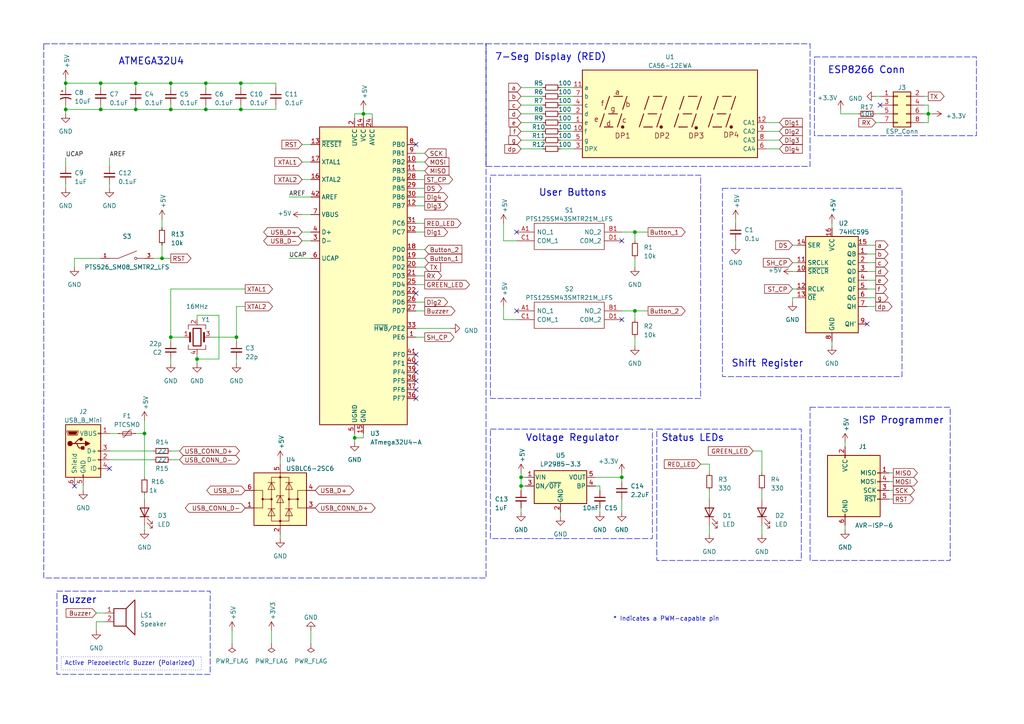
<source format=kicad_sch>
(kicad_sch (version 20230121) (generator eeschema)
  (paper "A4")
  (title_block (title "ATMEGA Kitchen Timer") (date "2023-05-04") (rev "3.0"))
  (junction (at 46.99 74.93))
  (junction (at 57.15 104.14))
  (junction (at 180.34 138.43))
  (junction (at 49.53 97.79))
  (junction (at 49.53 31.75))
  (junction (at 29.21 31.75))
  (junction (at 151.13 138.43))
  (junction (at 41.91 125.73))
  (junction (at 184.15 67.31))
  (junction (at 69.85 24.13))
  (junction (at 151.13 140.97))
  (junction (at 184.15 90.17))
  (junction (at 102.87 127))
  (junction (at 29.21 24.13))
  (junction (at 105.41 33.02))
  (junction (at 39.37 24.13))
  (junction (at 69.85 31.75))
  (junction (at 269.24 33.02))
  (junction (at 49.53 24.13))
  (junction (at 19.05 24.13))
  (junction (at 59.69 24.13))
  (junction (at 19.05 31.75))
  (junction (at 59.69 31.75))
  (junction (at 68.58 97.79))
  (junction (at 39.37 31.75))
  (no_connect (at 120.65 113.03))
  (no_connect (at 120.65 115.57))
  (no_connect (at 255.27 30.48))
  (no_connect (at 120.65 85.09))
  (no_connect (at 120.65 110.49))
  (no_connect (at 180.34 69.85))
  (no_connect (at 149.86 67.31))
  (no_connect (at 120.65 107.95))
  (no_connect (at 180.34 92.71))
  (no_connect (at 31.75 135.89))
  (no_connect (at 21.59 140.97))
  (no_connect (at 120.65 41.91))
  (no_connect (at 149.86 90.17))
  (no_connect (at 251.46 93.98))
  (no_connect (at 120.65 105.41))
  (no_connect (at 120.65 102.87))
  (wire (pts (xy 105.41 125.73) (xy 105.41 127)))
  (wire (pts (xy 180.34 137.16) (xy 180.34 138.43)))
  (wire (pts (xy 24.13 140.97) (xy 24.13 142.24)))
  (wire (pts (xy 19.05 24.13) (xy 19.05 25.4)))
  (wire (pts (xy 31.75 45.72) (xy 31.75 48.26)))
  (wire (pts (xy 241.3 99.06) (xy 241.3 100.33)))
  (wire (pts (xy 80.01 25.4) (xy 80.01 24.13)))
  (wire (pts (xy 184.15 90.17) (xy 184.15 92.71)))
  (wire (pts (xy 39.37 24.13) (xy 49.53 24.13)))
  (wire (pts (xy 59.69 30.48) (xy 59.69 31.75)))
  (wire (pts (xy 162.56 30.48) (xy 166.37 30.48)))
  (wire (pts (xy 19.05 31.75) (xy 19.05 33.02)))
  (wire (pts (xy 31.75 133.35) (xy 44.45 133.35)))
  (wire (pts (xy 49.53 99.06) (xy 49.53 97.79)))
  (wire (pts (xy 69.85 25.4) (xy 69.85 24.13)))
  (wire (pts (xy 57.15 104.14) (xy 57.15 105.41)))
  (wire (pts (xy 267.97 30.48) (xy 269.24 30.48)))
  (wire (pts (xy 69.85 24.13) (xy 80.01 24.13)))
  (wire (pts (xy 49.53 24.13) (xy 59.69 24.13)))
  (wire (pts (xy 90.17 182.88) (xy 90.17 186.69)))
  (wire (pts (xy 120.65 74.93) (xy 123.19 74.93)))
  (wire (pts (xy 120.65 57.15) (xy 123.19 57.15)))
  (wire (pts (xy 27.94 180.34) (xy 27.94 182.88)))
  (wire (pts (xy 120.65 90.17) (xy 123.19 90.17)))
  (wire (pts (xy 57.15 91.44) (xy 63.5 91.44)))
  (wire (pts (xy 251.46 71.12) (xy 254 71.12)))
  (wire (pts (xy 49.53 83.82) (xy 49.53 97.79)))
  (wire (pts (xy 184.15 90.17) (xy 187.96 90.17)))
  (wire (pts (xy 184.15 67.31) (xy 184.15 69.85)))
  (wire (pts (xy 180.34 144.78) (xy 180.34 148.59)))
  (wire (pts (xy 105.41 33.02) (xy 105.41 34.29)))
  (wire (pts (xy 46.99 63.5) (xy 46.99 66.04)))
  (wire (pts (xy 21.59 74.93) (xy 29.21 74.93)))
  (wire (pts (xy 120.65 80.01) (xy 123.19 80.01)))
  (wire (pts (xy 205.74 142.24) (xy 205.74 144.78)))
  (wire (pts (xy 41.91 143.51) (xy 41.91 144.78)))
  (wire (pts (xy 105.41 31.75) (xy 105.41 33.02)))
  (wire (pts (xy 229.87 76.2) (xy 231.14 76.2)))
  (wire (pts (xy 87.63 62.23) (xy 90.17 62.23)))
  (wire (pts (xy 173.99 147.32) (xy 173.99 148.59)))
  (wire (pts (xy 67.31 182.88) (xy 67.31 186.69)))
  (wire (pts (xy 254 35.56) (xy 255.27 35.56)))
  (wire (pts (xy 269.24 30.48) (xy 269.24 33.02)))
  (wire (pts (xy 57.15 102.87) (xy 57.15 104.14)))
  (wire (pts (xy 151.13 138.43) (xy 151.13 140.97)))
  (wire (pts (xy 39.37 31.75) (xy 29.21 31.75)))
  (wire (pts (xy 87.63 67.31) (xy 90.17 67.31)))
  (wire (pts (xy 151.13 30.48) (xy 157.48 30.48)))
  (wire (pts (xy 27.94 177.8) (xy 30.48 177.8)))
  (wire (pts (xy 59.69 31.75) (xy 49.53 31.75)))
  (wire (pts (xy 222.25 38.1) (xy 226.06 38.1)))
  (wire (pts (xy 87.63 52.07) (xy 90.17 52.07)))
  (wire (pts (xy 19.05 53.34) (xy 19.05 54.61)))
  (wire (pts (xy 220.98 130.81) (xy 220.98 137.16)))
  (wire (pts (xy 78.74 182.88) (xy 78.74 186.69)))
  (wire (pts (xy 49.53 133.35) (xy 52.07 133.35)))
  (wire (pts (xy 151.13 137.16) (xy 151.13 138.43)))
  (wire (pts (xy 151.13 27.94) (xy 157.48 27.94)))
  (wire (pts (xy 19.05 31.75) (xy 29.21 31.75)))
  (wire (pts (xy 39.37 30.48) (xy 39.37 31.75)))
  (wire (pts (xy 231.14 86.36) (xy 229.87 86.36)))
  (wire (pts (xy 69.85 31.75) (xy 80.01 31.75)))
  (wire (pts (xy 83.82 74.93) (xy 90.17 74.93)))
  (wire (pts (xy 248.92 33.02) (xy 243.84 33.02)))
  (wire (pts (xy 81.28 133.35) (xy 81.28 134.62)))
  (wire (pts (xy 254 33.02) (xy 255.27 33.02)))
  (wire (pts (xy 29.21 30.48) (xy 29.21 31.75)))
  (wire (pts (xy 220.98 142.24) (xy 220.98 144.78)))
  (wire (pts (xy 267.97 35.56) (xy 269.24 35.56)))
  (wire (pts (xy 151.13 35.56) (xy 157.48 35.56)))
  (wire (pts (xy 241.3 64.77) (xy 241.3 66.04)))
  (wire (pts (xy 218.44 130.81) (xy 220.98 130.81)))
  (wire (pts (xy 269.24 33.02) (xy 269.24 35.56)))
  (wire (pts (xy 102.87 125.73) (xy 102.87 127)))
  (wire (pts (xy 151.13 147.32) (xy 151.13 148.59)))
  (wire (pts (xy 180.34 139.7) (xy 180.34 138.43)))
  (wire (pts (xy 105.41 127) (xy 102.87 127)))
  (wire (pts (xy 68.58 88.9) (xy 68.58 97.79)))
  (wire (pts (xy 102.87 127) (xy 102.87 128.27)))
  (wire (pts (xy 213.36 63.5) (xy 213.36 64.77)))
  (wire (pts (xy 29.21 24.13) (xy 39.37 24.13)))
  (wire (pts (xy 151.13 38.1) (xy 157.48 38.1)))
  (wire (pts (xy 31.75 125.73) (xy 34.29 125.73)))
  (wire (pts (xy 46.99 71.12) (xy 46.99 74.93)))
  (wire (pts (xy 229.87 71.12) (xy 231.14 71.12)))
  (wire (pts (xy 162.56 25.4) (xy 166.37 25.4)))
  (wire (pts (xy 257.81 142.24) (xy 259.08 142.24)))
  (wire (pts (xy 39.37 25.4) (xy 39.37 24.13)))
  (wire (pts (xy 184.15 67.31) (xy 187.96 67.31)))
  (wire (pts (xy 81.28 154.94) (xy 81.28 156.21)))
  (wire (pts (xy 31.75 53.34) (xy 31.75 54.61)))
  (wire (pts (xy 44.45 74.93) (xy 46.99 74.93)))
  (wire (pts (xy 172.72 140.97) (xy 173.99 140.97)))
  (wire (pts (xy 120.65 77.47) (xy 123.19 77.47)))
  (wire (pts (xy 31.75 130.81) (xy 44.45 130.81)))
  (wire (pts (xy 146.05 92.71) (xy 146.05 88.9)))
  (wire (pts (xy 49.53 25.4) (xy 49.53 24.13)))
  (wire (pts (xy 245.11 152.4) (xy 245.11 153.67)))
  (wire (pts (xy 267.97 33.02) (xy 269.24 33.02)))
  (wire (pts (xy 49.53 97.79) (xy 53.34 97.79)))
  (wire (pts (xy 269.24 33.02) (xy 270.51 33.02)))
  (wire (pts (xy 220.98 152.4) (xy 220.98 154.94)))
  (wire (pts (xy 251.46 83.82) (xy 254 83.82)))
  (wire (pts (xy 222.25 40.64) (xy 226.06 40.64)))
  (wire (pts (xy 120.65 64.77) (xy 123.19 64.77)))
  (wire (pts (xy 243.84 33.02) (xy 243.84 31.75)))
  (wire (pts (xy 267.97 27.94) (xy 269.24 27.94)))
  (wire (pts (xy 229.87 78.74) (xy 231.14 78.74)))
  (wire (pts (xy 162.56 33.02) (xy 166.37 33.02)))
  (wire (pts (xy 102.87 33.02) (xy 105.41 33.02)))
  (wire (pts (xy 257.81 139.7) (xy 259.08 139.7)))
  (wire (pts (xy 49.53 130.81) (xy 52.07 130.81)))
  (wire (pts (xy 151.13 43.18) (xy 157.48 43.18)))
  (wire (pts (xy 30.48 180.34) (xy 27.94 180.34)))
  (wire (pts (xy 180.34 138.43) (xy 172.72 138.43)))
  (wire (pts (xy 180.34 90.17) (xy 184.15 90.17)))
  (wire (pts (xy 180.34 67.31) (xy 184.15 67.31)))
  (wire (pts (xy 120.65 44.45) (xy 123.19 44.45)))
  (wire (pts (xy 46.99 74.93) (xy 49.53 74.93)))
  (wire (pts (xy 41.91 152.4) (xy 41.91 153.67)))
  (wire (pts (xy 49.53 31.75) (xy 39.37 31.75)))
  (wire (pts (xy 39.37 125.73) (xy 41.91 125.73)))
  (wire (pts (xy 63.5 91.44) (xy 63.5 104.14)))
  (wire (pts (xy 80.01 30.48) (xy 80.01 31.75)))
  (wire (pts (xy 120.65 97.79) (xy 123.19 97.79)))
  (wire (pts (xy 107.95 33.02) (xy 105.41 33.02)))
  (wire (pts (xy 49.53 104.14) (xy 49.53 105.41)))
  (wire (pts (xy 229.87 86.36) (xy 229.87 87.63)))
  (wire (pts (xy 162.56 40.64) (xy 166.37 40.64)))
  (wire (pts (xy 41.91 121.92) (xy 41.91 125.73)))
  (wire (pts (xy 251.46 76.2) (xy 254 76.2)))
  (wire (pts (xy 162.56 27.94) (xy 166.37 27.94)))
  (wire (pts (xy 151.13 33.02) (xy 157.48 33.02)))
  (wire (pts (xy 49.53 30.48) (xy 49.53 31.75)))
  (wire (pts (xy 120.65 87.63) (xy 123.19 87.63)))
  (wire (pts (xy 151.13 140.97) (xy 152.4 140.97)))
  (wire (pts (xy 162.56 38.1) (xy 166.37 38.1)))
  (wire (pts (xy 149.86 69.85) (xy 146.05 69.85)))
  (wire (pts (xy 213.36 69.85) (xy 213.36 71.12)))
  (wire (pts (xy 120.65 49.53) (xy 123.19 49.53)))
  (wire (pts (xy 83.82 57.15) (xy 90.17 57.15)))
  (wire (pts (xy 151.13 140.97) (xy 151.13 142.24)))
  (wire (pts (xy 184.15 74.93) (xy 184.15 77.47)))
  (wire (pts (xy 59.69 25.4) (xy 59.69 24.13)))
  (wire (pts (xy 41.91 125.73) (xy 41.91 138.43)))
  (wire (pts (xy 251.46 78.74) (xy 254 78.74)))
  (wire (pts (xy 222.25 43.18) (xy 226.06 43.18)))
  (wire (pts (xy 257.81 137.16) (xy 259.08 137.16)))
  (wire (pts (xy 149.86 92.71) (xy 146.05 92.71)))
  (wire (pts (xy 251.46 81.28) (xy 254 81.28)))
  (wire (pts (xy 59.69 31.75) (xy 69.85 31.75)))
  (wire (pts (xy 251.46 73.66) (xy 254 73.66)))
  (wire (pts (xy 120.65 46.99) (xy 123.19 46.99)))
  (wire (pts (xy 107.95 34.29) (xy 107.95 33.02)))
  (wire (pts (xy 257.81 144.78) (xy 259.08 144.78)))
  (wire (pts (xy 254 27.94) (xy 255.27 27.94)))
  (wire (pts (xy 87.63 46.99) (xy 90.17 46.99)))
  (wire (pts (xy 162.56 148.59) (xy 162.56 149.86)))
  (wire (pts (xy 184.15 97.79) (xy 184.15 100.33)))
  (wire (pts (xy 151.13 25.4) (xy 157.48 25.4)))
  (wire (pts (xy 151.13 40.64) (xy 157.48 40.64)))
  (wire (pts (xy 19.05 24.13) (xy 29.21 24.13)))
  (wire (pts (xy 60.96 97.79) (xy 68.58 97.79)))
  (wire (pts (xy 68.58 104.14) (xy 68.58 105.41)))
  (wire (pts (xy 71.12 88.9) (xy 68.58 88.9)))
  (wire (pts (xy 120.65 67.31) (xy 123.19 67.31)))
  (wire (pts (xy 205.74 134.62) (xy 205.74 137.16)))
  (wire (pts (xy 69.85 30.48) (xy 69.85 31.75)))
  (wire (pts (xy 205.74 152.4) (xy 205.74 154.94)))
  (wire (pts (xy 120.65 82.55) (xy 123.19 82.55)))
  (wire (pts (xy 71.12 83.82) (xy 49.53 83.82)))
  (wire (pts (xy 87.63 41.91) (xy 90.17 41.91)))
  (wire (pts (xy 173.99 140.97) (xy 173.99 142.24)))
  (wire (pts (xy 69.85 24.13) (xy 59.69 24.13)))
  (wire (pts (xy 120.65 52.07) (xy 123.19 52.07)))
  (wire (pts (xy 63.5 104.14) (xy 57.15 104.14)))
  (wire (pts (xy 120.65 72.39) (xy 123.19 72.39)))
  (wire (pts (xy 19.05 45.72) (xy 19.05 48.26)))
  (wire (pts (xy 57.15 92.71) (xy 57.15 91.44)))
  (wire (pts (xy 19.05 30.48) (xy 19.05 31.75)))
  (wire (pts (xy 68.58 97.79) (xy 68.58 99.06)))
  (wire (pts (xy 29.21 25.4) (xy 29.21 24.13)))
  (wire (pts (xy 162.56 35.56) (xy 166.37 35.56)))
  (wire (pts (xy 251.46 88.9) (xy 254 88.9)))
  (wire (pts (xy 146.05 69.85) (xy 146.05 64.77)))
  (wire (pts (xy 152.4 138.43) (xy 151.13 138.43)))
  (wire (pts (xy 87.63 69.85) (xy 90.17 69.85)))
  (wire (pts (xy 19.05 22.86) (xy 19.05 24.13)))
  (wire (pts (xy 120.65 54.61) (xy 123.19 54.61)))
  (wire (pts (xy 102.87 34.29) (xy 102.87 33.02)))
  (wire (pts (xy 21.59 77.47) (xy 21.59 74.93)))
  (wire (pts (xy 222.25 35.56) (xy 226.06 35.56)))
  (wire (pts (xy 120.65 59.69) (xy 123.19 59.69)))
  (wire (pts (xy 229.87 83.82) (xy 231.14 83.82)))
  (wire (pts (xy 120.65 95.25) (xy 130.81 95.25)))
  (wire (pts (xy 203.2 134.62) (xy 205.74 134.62)))
  (wire (pts (xy 251.46 86.36) (xy 254 86.36)))
  (wire (pts (xy 245.11 128.27) (xy 245.11 129.54)))
  (wire (pts (xy 162.56 43.18) (xy 166.37 43.18)))
  (rectangle (start 234.95 118.11) (end 275.59 162.56) (stroke (width 0) (type dash)))
  (rectangle (start 142.24 124.46) (end 189.23 156.21) (stroke (width 0) (type dash)))
  (rectangle (start 190.5 124.46) (end 232.41 162.56) (stroke (width 0) (type dash)))
  (rectangle (start 12.7 12.7) (end 140.97 167.64) (stroke (width 0) (type dash)))
  (rectangle (start 16.51 171.45) (end 60.96 195.58) (stroke (width 0) (type dash)))
  (rectangle (start 142.24 50.8) (end 203.2 115.57) (stroke (width 0) (type dash)))
  (rectangle (start 209.55 54.61) (end 261.62 109.22) (stroke (width 0) (type dash)))
  (rectangle (start 140.97 12.7) (end 234.95 48.26) (stroke (width 0) (type dash)))
  (rectangle (start 236.22 16.51) (end 283.21 39.37) (stroke (width 0) (type dash)))
  (text_box "Active Piezoelectric Buzzer (Polarized)" (at 17.78 190.5 0) (size 40.64 3.81) (stroke (width 0) (type dot)) (effects (font (size 1.27 1.27)) (justify left top)))
  (text "Shift Register" (at 212.09 106.68 0) (effects (font (size 2 2) (thickness 0.254) bold) (justify left bottom)))
  (text "Voltage Regulator" (at 152.4 128.27 0) (effects (font (size 2 2) (thickness 0.254) bold) (justify left bottom)))
  (text "Status LEDs" (at 191.77 128.27 0) (effects (font (size 2 2) (thickness 0.254) bold) (justify left bottom)))
  (text "ATMEGA32U4" (at 34.29 19.05 0) (effects (font (size 2 2) (thickness 0.254) bold) (justify left bottom)))
  (text "User Buttons" (at 156.21 57.15 0) (effects (font (size 2 2) (thickness 0.254) bold) (justify left bottom)))
  (text "Buzzer" (at 17.78 175.26 0) (effects (font (size 2 2) (thickness 0.254) bold) (justify left bottom)))
  (text "* Indicates a PWM-capable pin" (at 177.8 180.34 0) (effects (font (size 1.27 1.27)) (justify left bottom)))
  (text "7-Seg Display (RED)" (at 143.51 17.78 0) (effects (font (size 2 2) (thickness 0.254) bold) (justify left bottom)))
  (text "ISP Programmer" (at 248.92 123.19 0) (effects (font (size 2 2) (thickness 0.254) bold) (justify left bottom)))
  (text "ESP8266 Conn\n" (at 240.03 21.59 0) (effects (font (size 2 2) (thickness 0.254) bold) (justify left bottom)))
  (label "UCAP" (at 19.05 45.72 0))
  (label "UCAP" (at 83.82 74.93 0))
  (label "AREF" (at 31.75 45.72 0))
  (label "AREF" (at 83.82 57.15 0))
  (global_label "XTAL1" (shape input) (at 87.63 46.99 180) (property "Intersheetrefs" "${INTERSHEET_REFS}" (effects hide)))
  (global_label "SCK" (shape input) (at 123.19 44.45 0) (property "Intersheetrefs" "${INTERSHEET_REFS}" (effects hide)))
  (global_label "RST" (shape output) (at 49.53 74.93 0) (property "Intersheetrefs" "${INTERSHEET_REFS}" (effects hide)))
  (global_label "GREEN_LED" (shape output) (at 123.19 82.55 0) (property "Intersheetrefs" "${INTERSHEET_REFS}" (effects hide)))
  (global_label "e" (shape output) (at 254 81.28 0) (property "Intersheetrefs" "${INTERSHEET_REFS}" (effects hide)))
  (global_label "Button_1" (shape output) (at 187.96 67.31 0) (property "Intersheetrefs" "${INTERSHEET_REFS}" (effects hide)))
  (global_label "DS" (shape output) (at 123.19 54.61 0) (property "Intersheetrefs" "${INTERSHEET_REFS}" (effects hide)))
  (global_label "XTAL2" (shape output) (at 71.12 88.9 0) (property "Intersheetrefs" "${INTERSHEET_REFS}" (effects hide)))
  (global_label "g" (shape output) (at 254 86.36 0) (property "Intersheetrefs" "${INTERSHEET_REFS}" (effects hide)))
  (global_label "dp" (shape output) (at 254 88.9 0) (property "Intersheetrefs" "${INTERSHEET_REFS}" (effects hide)))
  (global_label "Button_1" (shape input) (at 123.19 74.93 0) (property "Intersheetrefs" "${INTERSHEET_REFS}" (effects hide)))
  (global_label "TX" (shape input) (at 123.19 77.47 0) (property "Intersheetrefs" "${INTERSHEET_REFS}" (effects hide)))
  (global_label "b" (shape input) (at 151.13 27.94 180) (property "Intersheetrefs" "${INTERSHEET_REFS}" (effects hide)))
  (global_label "SH_CP" (shape output) (at 123.19 97.79 0) (property "Intersheetrefs" "${INTERSHEET_REFS}" (effects hide)))
  (global_label "f" (shape output) (at 254 83.82 0) (property "Intersheetrefs" "${INTERSHEET_REFS}" (effects hide)))
  (global_label "ST_CP" (shape input) (at 229.87 83.82 180) (property "Intersheetrefs" "${INTERSHEET_REFS}" (effects hide)))
  (global_label "RST" (shape output) (at 259.08 144.78 0) (property "Intersheetrefs" "${INTERSHEET_REFS}" (effects hide)))
  (global_label "ST_CP" (shape output) (at 123.19 52.07 0) (property "Intersheetrefs" "${INTERSHEET_REFS}" (effects hide)))
  (global_label "USB_CONN_D-" (shape bidirectional) (at 71.12 147.32 180) (property "Intersheetrefs" "${INTERSHEET_REFS}" (effects hide)))
  (global_label "d" (shape input) (at 151.13 33.02 180) (property "Intersheetrefs" "${INTERSHEET_REFS}" (effects hide)))
  (global_label "USB_D+" (shape bidirectional) (at 87.63 67.31 180) (property "Intersheetrefs" "${INTERSHEET_REFS}" (effects hide)))
  (global_label "a" (shape input) (at 151.13 25.4 180) (property "Intersheetrefs" "${INTERSHEET_REFS}" (effects hide)))
  (global_label "Dig1" (shape output) (at 123.19 67.31 0) (property "Intersheetrefs" "${INTERSHEET_REFS}" (effects hide)))
  (global_label "USB_D-" (shape bidirectional) (at 87.63 69.85 180) (property "Intersheetrefs" "${INTERSHEET_REFS}" (effects hide)))
  (global_label "MISO" (shape input) (at 123.19 49.53 0) (property "Intersheetrefs" "${INTERSHEET_REFS}" (effects hide)))
  (global_label "USB_CONN_D+" (shape bidirectional) (at 52.07 130.81 0) (property "Intersheetrefs" "${INTERSHEET_REFS}" (effects hide)))
  (global_label "SCK" (shape output) (at 259.08 142.24 0) (property "Intersheetrefs" "${INTERSHEET_REFS}" (effects hide)))
  (global_label "c" (shape output) (at 254 76.2 0) (property "Intersheetrefs" "${INTERSHEET_REFS}" (effects hide)))
  (global_label "USB_CONN_D+" (shape bidirectional) (at 91.44 147.32 0) (property "Intersheetrefs" "${INTERSHEET_REFS}" (effects hide)))
  (global_label "RX" (shape input) (at 254 35.56 180) (property "Intersheetrefs" "${INTERSHEET_REFS}" (effects hide)))
  (global_label "g" (shape input) (at 151.13 40.64 180) (property "Intersheetrefs" "${INTERSHEET_REFS}" (effects hide)))
  (global_label "Dig1" (shape input) (at 226.06 35.56 0) (property "Intersheetrefs" "${INTERSHEET_REFS}" (effects hide)))
  (global_label "USB_D+" (shape bidirectional) (at 91.44 142.24 0) (property "Intersheetrefs" "${INTERSHEET_REFS}" (effects hide)))
  (global_label "GREEN_LED" (shape input) (at 218.44 130.81 180) (property "Intersheetrefs" "${INTERSHEET_REFS}" (effects hide)))
  (global_label "a" (shape output) (at 254 71.12 0) (property "Intersheetrefs" "${INTERSHEET_REFS}" (effects hide)))
  (global_label "Dig2" (shape input) (at 226.06 38.1 0) (property "Intersheetrefs" "${INTERSHEET_REFS}" (effects hide)))
  (global_label "XTAL1" (shape output) (at 71.12 83.82 0) (property "Intersheetrefs" "${INTERSHEET_REFS}" (effects hide)))
  (global_label "Dig3" (shape output) (at 123.19 59.69 0) (property "Intersheetrefs" "${INTERSHEET_REFS}" (effects hide)))
  (global_label "DS" (shape input) (at 229.87 71.12 180) (property "Intersheetrefs" "${INTERSHEET_REFS}" (effects hide)))
  (global_label "RX" (shape output) (at 123.19 80.01 0) (property "Intersheetrefs" "${INTERSHEET_REFS}" (effects hide)))
  (global_label "SH_CP" (shape input) (at 229.87 76.2 180) (property "Intersheetrefs" "${INTERSHEET_REFS}" (effects hide)))
  (global_label "Button_2" (shape output) (at 187.96 90.17 0) (property "Intersheetrefs" "${INTERSHEET_REFS}" (effects hide)))
  (global_label "Dig4" (shape input) (at 226.06 43.18 0) (property "Intersheetrefs" "${INTERSHEET_REFS}" (effects hide)))
  (global_label "MOSI" (shape input) (at 123.19 46.99 0) (property "Intersheetrefs" "${INTERSHEET_REFS}" (effects hide)))
  (global_label "XTAL2" (shape input) (at 87.63 52.07 180) (property "Intersheetrefs" "${INTERSHEET_REFS}" (effects hide)))
  (global_label "c" (shape input) (at 151.13 30.48 180) (property "Intersheetrefs" "${INTERSHEET_REFS}" (effects hide)))
  (global_label "Button_2" (shape input) (at 123.19 72.39 0) (property "Intersheetrefs" "${INTERSHEET_REFS}" (effects hide)))
  (global_label "USB_D-" (shape bidirectional) (at 71.12 142.24 180) (property "Intersheetrefs" "${INTERSHEET_REFS}" (effects hide)))
  (global_label "dp" (shape input) (at 151.13 43.18 180) (property "Intersheetrefs" "${INTERSHEET_REFS}" (effects hide)))
  (global_label "RST" (shape input) (at 87.63 41.91 180) (property "Intersheetrefs" "${INTERSHEET_REFS}" (effects hide)))
  (global_label "RED_LED" (shape output) (at 123.19 64.77 0) (property "Intersheetrefs" "${INTERSHEET_REFS}" (effects hide)))
  (global_label "Buzzer" (shape output) (at 123.19 90.17 0) (property "Intersheetrefs" "${INTERSHEET_REFS}" (effects hide)))
  (global_label "Dig3" (shape input) (at 226.06 40.64 0) (property "Intersheetrefs" "${INTERSHEET_REFS}" (effects hide)))
  (global_label "Buzzer" (shape input) (at 27.94 177.8 180) (property "Intersheetrefs" "${INTERSHEET_REFS}" (effects hide)))
  (global_label "TX" (shape output) (at 269.24 27.94 0) (property "Intersheetrefs" "${INTERSHEET_REFS}" (effects hide)))
  (global_label "Dig2" (shape output) (at 123.19 87.63 0) (property "Intersheetrefs" "${INTERSHEET_REFS}" (effects hide)))
  (global_label "d" (shape output) (at 254 78.74 0) (property "Intersheetrefs" "${INTERSHEET_REFS}" (effects hide)))
  (global_label "USB_CONN_D-" (shape bidirectional) (at 52.07 133.35 0) (property "Intersheetrefs" "${INTERSHEET_REFS}" (effects hide)))
  (global_label "MISO" (shape output) (at 259.08 137.16 0) (property "Intersheetrefs" "${INTERSHEET_REFS}" (effects hide)))
  (global_label "e" (shape input) (at 151.13 35.56 180) (property "Intersheetrefs" "${INTERSHEET_REFS}" (effects hide)))
  (global_label "f" (shape input) (at 151.13 38.1 180) (property "Intersheetrefs" "${INTERSHEET_REFS}" (effects hide)))
  (global_label "b" (shape output) (at 254 73.66 0) (property "Intersheetrefs" "${INTERSHEET_REFS}" (effects hide)))
  (global_label "Dig4" (shape output) (at 123.19 57.15 0) (property "Intersheetrefs" "${INTERSHEET_REFS}" (effects hide)))
  (global_label "MOSI" (shape output) (at 259.08 139.7 0) (property "Intersheetrefs" "${INTERSHEET_REFS}" (effects hide)))
  (global_label "RED_LED" (shape input) (at 203.2 134.62 180) (property "Intersheetrefs" "${INTERSHEET_REFS}" (effects hide)))
  (symbol (lib_id "power:+5V") (at 146.05 88.9 0) (unit 1)
    (property "Reference" "#PWR014" (effects hide))
    (property "Value" "+5V" (at 146.4056 85.852 90) (effects (justify left)))
  )
  (symbol (lib_id "74xx:74HC595") (at 241.3 81.28 0) (unit 1)
    (property "Reference" "U2" (at 243.2559 64.77 0) (effects (justify left)))
    (property "Value" "74HC595" (at 243.2559 67.31 0) (effects (justify left)))
    (property "Footprint" "Package_SO:TSSOP-16_4.4x5mm_P0.65mm" (effects hide))
    (property "Datasheet" "http://www.ti.com/lit/ds/symlink/sn74hc595.pdf" (effects hide))
  )
  (symbol (lib_id "Device:C_Small") (at 49.53 27.94 0) (unit 1)
    (property "Reference" "C5" (at 52.07 27.3113 0) (effects (justify left)))
    (property "Value" "0.1uF" (at 52.07 29.8513 0) (effects (justify left)))
    (property "Footprint" "Capacitor_SMD:C_0603_1608Metric" (effects hide))
  )
  (symbol (lib_id "power:+5V") (at 19.05 22.86 0) (unit 1)
    (property "Reference" "#PWR023" (effects hide))
    (property "Value" "+5V" (at 19.4056 19.812 90) (effects (justify left)))
  )
  (symbol (lib_id "Device:R_Small") (at 46.99 130.81 90) (unit 1)
    (property "Reference" "R14" (at 46.99 128.27 90))
    (property "Value" "22" (at 46.99 130.81 90))
    (property "Footprint" "Resistor_SMD:R_0603_1608Metric" (effects hide))
  )
  (symbol (lib_id "Device:LED") (at 205.74 148.59 90) (unit 1)
    (property "Reference" "D1" (at 209.55 149.5425 90) (effects (justify right)))
    (property "Value" "LED" (at 209.55 152.0825 90) (effects (justify right)))
    (property "Footprint" "LED_SMD:LED_0805_2012Metric" (effects hide))
  )
  (symbol (lib_id "power:GND") (at 102.87 128.27 0) (unit 1)
    (property "Reference" "#PWR03" (effects hide))
    (property "Value" "GND" (at 102.87 133.35 0))
  )
  (symbol (lib_id "power:+5V") (at 87.63 62.23 90) (unit 1)
    (property "Reference" "#PWR05" (effects hide))
    (property "Value" "+5V" (at 84.582 61.8744 90) (effects (justify left)))
  )
  (symbol (lib_id "Device:C_Small") (at 213.36 67.31 0) (unit 1)
    (property "Reference" "C1" (at 215.9 66.6813 0) (effects (justify left)))
    (property "Value" "0.1u" (at 215.9 69.2213 0) (effects (justify left)))
    (property "Footprint" "Capacitor_SMD:C_0603_1608Metric" (effects hide))
  )
  (symbol (lib_id "power:GND") (at 31.75 54.61 0) (unit 1)
    (property "Reference" "#PWR025" (effects hide))
    (property "Value" "GND" (at 31.75 59.69 0))
  )
  (symbol (lib_id "power:GND") (at 180.34 148.59 0) (unit 1)
    (property "Reference" "#PWR044" (effects hide))
    (property "Value" "GND" (at 180.34 153.67 0))
  )
  (symbol (lib_id "Device:C_Small") (at 39.37 27.94 0) (unit 1)
    (property "Reference" "C4" (at 41.91 27.3113 0) (effects (justify left)))
    (property "Value" "0.1uF" (at 41.91 29.8513 0) (effects (justify left)))
    (property "Footprint" "Capacitor_SMD:C_0603_1608Metric" (effects hide))
  )
  (symbol (lib_id "power:+5V") (at 151.13 137.16 0) (unit 1)
    (property "Reference" "#PWR039" (effects hide))
    (property "Value" "+5V" (at 151.4856 134.112 90) (effects (justify left)))
  )
  (symbol (lib_id "Device:Crystal_GND24") (at 57.15 97.79 0) (unit 1)
    (property "Reference" "Y1" (at 59.69 92.71 0))
    (property "Value" "16MHz" (at 57.15 88.9 0))
    (property "Footprint" "Crystal:Crystal_SMD_Abracon_ABM8G-4Pin_3.2x2.5mm" (effects hide))
  )
  (symbol (lib_id "Device:R_Small") (at 41.91 140.97 0) (unit 1)
    (property "Reference" "R16" (at 45.72 139.7 0))
    (property "Value" "1k" (at 44.45 142.24 0))
    (property "Footprint" "Resistor_SMD:R_0603_1608Metric" (effects hide))
  )
  (symbol (lib_id "Device:C_Small") (at 19.05 50.8 0) (unit 1)
    (property "Reference" "C9" (at 21.59 50.1713 0) (effects (justify left)))
    (property "Value" "1uF" (at 21.59 52.7113 0) (effects (justify left)))
    (property "Footprint" "Capacitor_SMD:C_0603_1608Metric" (effects hide))
  )
  (symbol (lib_id "PTS526_SMD_Button:PTS526_SM08_SMTR2_LFS") (at 36.83 74.93 0) (unit 1)
    (property "Reference" "S3" (at 36.83 68.58 0))
    (property "Value" "PTS526_SM08_SMTR2_LFS" (at 36.83 77.47 0))
    (property "Footprint" "PTS526_SMD_Button:PTS526_SMD_Button" (effects hide))
    (property "STANDARD" "Manufacturer Recommendations" (effects hide))
    (property "MANUFACTURER" "C&K" (effects hide))
    (property "PARTREV" "20 mar 19" (effects hide))
    (property "MAXIMUM_PACKAGE_HEIGHT" "0.95mm" (effects hide))
  )
  (symbol (lib_id "PTS125_SMD_Button:PTS125SM43SMTR21M_LFS") (at 149.86 90.17 0) (unit 1)
    (property "Reference" "S2" (at 165.1 83.82 0))
    (property "Value" "PTS125SM43SMTR21M_LFS" (at 165.1 86.36 0))
    (property "Footprint" "PTS125_SMD_Button:PTS125_SMD_Button" (effects hide))
    (property "Datasheet" "https://www.ckswitches.com/media/1462/pts125.pdf" (effects hide))
    (property "Description" "Tactile Switches SWITCH TACTILE 50mA @ 12VDC, SPST-NO, Surface Mount, Top Actuated, Gull Wing, 180gf" (effects hide))
    (property "Height" "4.3" (effects hide))
    (property "Manufacturer_Name" "C & K COMPONENTS" (effects hide))
    (property "Manufacturer_Part_Number" "PTS125SM43SMTR21M LFS" (effects hide))
    (property "Mouser Part Number" "611-PTS125S43SMTRLFS" (effects hide))
    (property "Mouser Price/Stock" "https://www.mouser.co.uk/ProductDetail/CK/PTS125SM43SMTR21M-LFS?qs=t7xnP681wgUNXpRGJY2Vkw%3D%3D" (effects hide))
  )
  (symbol (lib_id "Device:R_Small") (at 46.99 133.35 90) (unit 1)
    (property "Reference" "R15" (at 46.99 135.89 90))
    (property "Value" "22" (at 46.99 133.35 90))
    (property "Footprint" "Resistor_SMD:R_0603_1608Metric" (effects hide))
  )
  (symbol (lib_id "Device:C_Small") (at 69.85 27.94 0) (unit 1)
    (property "Reference" "C10" (at 72.39 27.3113 0) (effects (justify left)))
    (property "Value" "0.1uF" (at 72.39 29.8513 0) (effects (justify left)))
    (property "Footprint" "Capacitor_SMD:C_0603_1608Metric" (effects hide))
  )
  (symbol (lib_id "power:GND") (at 173.99 148.59 0) (unit 1)
    (property "Reference" "#PWR043" (effects hide))
    (property "Value" "GND" (at 173.99 153.67 0))
  )
  (symbol (lib_id "power:GND") (at 49.53 105.41 0) (unit 1)
    (property "Reference" "#PWR026" (effects hide))
    (property "Value" "GND" (at 49.53 110.49 0))
  )
  (symbol (lib_name "GND_3") (lib_id "power:GND") (at 213.36 71.12 0) (unit 1)
    (property "Reference" "#PWR01" (effects hide))
    (property "Value" "GND" (at 213.36 76.2 0))
  )
  (symbol (lib_id "power:PWR_FLAG") (at 67.31 186.69 180) (unit 1)
    (property "Reference" "#FLG02" (effects hide))
    (property "Value" "PWR_FLAG" (at 67.31 191.77 0))
  )
  (symbol (lib_id "Device:C_Small") (at 29.21 27.94 0) (unit 1)
    (property "Reference" "C7" (at 31.75 27.3113 0) (effects (justify left)))
    (property "Value" "0.1uF" (at 31.75 29.8513 0) (effects (justify left)))
    (property "Footprint" "Capacitor_SMD:C_0603_1608Metric" (effects hide))
  )
  (symbol (lib_id "power:+5V") (at 213.36 63.5 0) (unit 1)
    (property "Reference" "#PWR02" (effects hide))
    (property "Value" "+5V" (at 213.7156 60.452 90) (effects (justify left)))
  )
  (symbol (lib_id "power:GND") (at 130.81 95.25 90) (unit 1)
    (property "Reference" "#PWR021" (effects hide))
    (property "Value" "GND" (at 134.62 95.885 90) (effects (justify right)))
  )
  (symbol (lib_id "Device:R_Small") (at 160.02 33.02 90) (unit 1)
    (property "Reference" "R8" (at 156.21 31.75 90))
    (property "Value" "100" (at 163.83 31.75 90))
    (property "Footprint" "Resistor_SMD:R_0805_2012Metric" (effects hide))
  )
  (symbol (lib_id "power:+5V") (at 241.3 64.77 0) (unit 1)
    (property "Reference" "#PWR07" (effects hide))
    (property "Value" "+5V" (at 241.6556 61.722 90) (effects (justify left)))
  )
  (symbol (lib_id "Device:Polyfuse_Small") (at 36.83 125.73 90) (unit 1)
    (property "Reference" "F1" (at 36.83 120.65 90))
    (property "Value" "PTCSMD" (at 36.83 123.19 90))
    (property "Footprint" "Fuse:Fuse_1812_4532Metric" (effects hide))
  )
  (symbol (lib_id "Connector:USB_B_Mini") (at 24.13 130.81 0) (unit 1)
    (property "Reference" "J2" (at 24.13 119.38 0))
    (property "Value" "USB_B_Mini" (at 24.13 121.92 0))
    (property "Footprint" "Connector_USB:USB_Mini-B_Lumberg_2486_01_Horizontal" (effects hide))
  )
  (symbol (lib_id "Device:R_Small") (at 184.15 72.39 0) (unit 1)
    (property "Reference" "R1" (at 186.69 71.755 0) (effects (justify left)))
    (property "Value" "10k" (at 186.69 74.295 0) (effects (justify left)))
    (property "Footprint" "Resistor_SMD:R_0805_2012Metric" (effects hide))
  )
  (symbol (lib_id "Device:R_Small") (at 184.15 95.25 0) (unit 1)
    (property "Reference" "R2" (at 186.69 94.615 0) (effects (justify left)))
    (property "Value" "10k" (at 186.69 97.155 0) (effects (justify left)))
    (property "Footprint" "Resistor_SMD:R_0805_2012Metric" (effects hide))
  )
  (symbol (lib_id "power:+5V") (at 67.31 182.88 0) (unit 1)
    (property "Reference" "#PWR018" (effects hide))
    (property "Value" "+5V" (at 67.6656 179.832 90) (effects (justify left)))
  )
  (symbol (lib_id "Device:R_Small") (at 160.02 30.48 90) (unit 1)
    (property "Reference" "R7" (at 156.21 29.21 90))
    (property "Value" "100" (at 163.83 29.21 90))
    (property "Footprint" "Resistor_SMD:R_0805_2012Metric" (effects hide))
  )
  (symbol (lib_id "power:GND") (at 41.91 153.67 0) (unit 1)
    (property "Reference" "#PWR030" (effects hide))
    (property "Value" "GND" (at 41.91 158.75 0))
  )
  (symbol (lib_id "Device:LED") (at 220.98 148.59 90) (unit 1)
    (property "Reference" "D2" (at 224.79 149.5425 90) (effects (justify right)))
    (property "Value" "LED" (at 224.79 152.0825 90) (effects (justify right)))
    (property "Footprint" "LED_SMD:LED_0805_2012Metric" (effects hide))
  )
  (symbol (lib_id "power:+5V") (at 245.11 128.27 0) (unit 1)
    (property "Reference" "#PWR034" (effects hide))
    (property "Value" "+5V" (at 245.4656 125.222 90) (effects (justify left)))
  )
  (symbol (lib_id "power:PWR_FLAG") (at 78.74 186.69 180) (unit 1)
    (property "Reference" "#FLG03" (effects hide))
    (property "Value" "PWR_FLAG" (at 78.74 191.77 0))
  )
  (symbol (lib_id "Device:R_Small") (at 160.02 38.1 90) (unit 1)
    (property "Reference" "R10" (at 156.21 36.83 90))
    (property "Value" "100" (at 163.83 36.83 90))
    (property "Footprint" "Resistor_SMD:R_0805_2012Metric" (effects hide))
  )
  (symbol (lib_id "Device:C_Small") (at 68.58 101.6 0) (unit 1)
    (property "Reference" "C3" (at 71.12 100.9713 0) (effects (justify left)))
    (property "Value" "22p" (at 71.12 103.5113 0) (effects (justify left)))
    (property "Footprint" "Capacitor_SMD:C_0603_1608Metric" (effects hide))
  )
  (symbol (lib_id "Regulator_Linear:LP2985-3.3") (at 162.56 140.97 0) (unit 1)
    (property "Reference" "U5" (at 162.56 132.08 0))
    (property "Value" "LP2985-3.3" (at 162.56 134.62 0))
    (property "Footprint" "Package_TO_SOT_SMD:SOT-23-5" (effects hide))
    (property "Datasheet" "http://www.ti.com/lit/ds/symlink/lp2985.pdf" (effects hide))
  )
  (symbol (lib_id "Device:C_Small") (at 173.99 144.78 0) (unit 1)
    (property "Reference" "C15" (at 175.26 147.32 0) (effects (justify left)))
    (property "Value" "10nF" (at 168.91 147.32 0) (effects (justify left)))
    (property "Footprint" "Capacitor_SMD:C_0603_1608Metric" (effects hide))
  )
  (symbol (lib_id "power:GND") (at 151.13 148.59 0) (unit 1)
    (property "Reference" "#PWR042" (effects hide))
    (property "Value" "GND" (at 151.13 153.67 0))
  )
  (symbol (lib_id "power:+5V") (at 81.28 133.35 0) (unit 1)
    (property "Reference" "#PWR033" (effects hide))
    (property "Value" "+5V" (at 81.6356 130.302 90) (effects (justify left)))
  )
  (symbol (lib_id "power:PWR_FLAG") (at 90.17 186.69 180) (unit 1)
    (property "Reference" "#FLG04" (effects hide))
    (property "Value" "PWR_FLAG" (at 90.17 191.77 0))
  )
  (symbol (lib_id "Device:R_Small") (at 205.74 139.7 0) (unit 1)
    (property "Reference" "R3" (at 208.28 139.065 0) (effects (justify left)))
    (property "Value" "330" (at 208.28 141.605 0) (effects (justify left)))
    (property "Footprint" "Resistor_SMD:R_0805_2012Metric" (effects hide))
  )
  (symbol (lib_name "GND_1") (lib_id "power:GND") (at 184.15 100.33 0) (unit 1)
    (property "Reference" "#PWR015" (effects hide))
    (property "Value" "GND" (at 184.15 105.41 0))
  )
  (symbol (lib_name "GND_1") (lib_id "power:GND") (at 90.17 182.88 180) (unit 1)
    (property "Reference" "#PWR011" (effects hide))
    (property "Value" "GND" (at 90.17 179.07 0))
  )
  (symbol (lib_id "power:+5V") (at 41.91 121.92 0) (unit 1)
    (property "Reference" "#PWR029" (effects hide))
    (property "Value" "+5V" (at 42.2656 118.872 90) (effects (justify left)))
  )
  (symbol (lib_id "power:GND") (at 19.05 54.61 0) (unit 1)
    (property "Reference" "#PWR022" (effects hide))
    (property "Value" "GND" (at 19.05 59.69 0))
  )
  (symbol (lib_id "Device:R_Small") (at 160.02 25.4 90) (unit 1)
    (property "Reference" "R5" (at 156.21 24.13 90))
    (property "Value" "100" (at 163.83 24.13 90))
    (property "Footprint" "Resistor_SMD:R_0805_2012Metric" (effects hide))
  )
  (symbol (lib_id "Device:R_Small") (at 251.46 33.02 90) (unit 1)
    (property "Reference" "R17" (at 253.3573 31.0892 90) (effects (justify left)))
    (property "Value" "10k" (at 253.2793 33.0409 90) (effects (justify left)))
    (property "Footprint" "Resistor_SMD:R_0603_1608Metric" (effects hide))
  )
  (symbol (lib_id "power:+5V") (at 229.87 78.74 90) (unit 1)
    (property "Reference" "#PWR09" (effects hide))
    (property "Value" "+5V" (at 226.822 78.3844 90) (effects (justify left)))
  )
  (symbol (lib_id "power:+3.3V") (at 180.34 137.16 0) (unit 1)
    (property "Reference" "#PWR040" (effects hide))
    (property "Value" "+3.3V" (at 176.43 133.806 0))
  )
  (symbol (lib_id "Device:C_Small") (at 180.34 142.24 0) (unit 1)
    (property "Reference" "C14" (at 182.88 140.97 0) (effects (justify left)))
    (property "Value" "2.2uF" (at 182.88 143.51 0) (effects (justify left)))
    (property "Footprint" "Capacitor_SMD:C_0603_1608Metric" (effects hide))
  )
  (symbol (lib_id "Device:LED") (at 41.91 148.59 90) (unit 1)
    (property "Reference" "D3" (at 45.72 149.5425 90) (effects (justify right)))
    (property "Value" "LED" (at 45.72 152.0825 90) (effects (justify right)))
    (property "Footprint" "LED_SMD:LED_0805_2012Metric" (effects hide))
  )
  (symbol (lib_name "GND_1") (lib_id "power:GND") (at 229.87 87.63 0) (unit 1)
    (property "Reference" "#PWR08" (effects hide))
    (property "Value" "GND" (at 229.87 92.71 0))
  )
  (symbol (lib_id "Connector_Generic:Conn_02x04_Odd_Even") (at 260.35 30.48 0) (unit 1)
    (property "Reference" "J3" (at 261.62 25.4 0))
    (property "Value" "ESP_Conn" (at 261.62 38.1 0))
    (property "Footprint" "Connector_PinSocket_2.54mm:PinSocket_2x04_P2.54mm_Vertical" (effects hide))
  )
  (symbol (lib_id "power:GND") (at 24.13 142.24 0) (unit 1)
    (property "Reference" "#PWR031" (effects hide))
    (property "Value" "GND" (at 24.13 147.32 0))
  )
  (symbol (lib_id "power:GND") (at 19.05 33.02 0) (unit 1)
    (property "Reference" "#PWR024" (effects hide))
    (property "Value" "GND" (at 19.05 38.1 0))
  )
  (symbol (lib_id "power:GND") (at 57.15 105.41 0) (unit 1)
    (property "Reference" "#PWR017" (effects hide))
    (property "Value" "GND" (at 57.15 110.49 0))
  )
  (symbol (lib_id "Display_Character:CA56-12EWA") (at 194.31 33.02 0) (unit 1)
    (property "Reference" "U1" (at 194.31 16.51 0))
    (property "Value" "CA56-12EWA" (at 194.31 19.05 0))
    (property "Footprint" "Display_7Segment:CA56-12EWA" (effects hide))
    (property "Datasheet" "http://cdn.sparkfun.com/datasheets/Components/LED/1LEDREDCC.pdf" (effects hide))
  )
  (symbol (lib_id "Device:C_Small") (at 80.01 27.94 0) (unit 1)
    (property "Reference" "C11" (at 82.55 27.3113 0) (effects (justify left)))
    (property "Value" "0.1uF" (at 82.55 29.8513 0) (effects (justify left)))
    (property "Footprint" "Capacitor_SMD:C_0603_1608Metric" (effects hide))
  )
  (symbol (lib_id "Connector:AVR-ISP-6") (at 247.65 142.24 0) (unit 1)
    (property "Reference" "J1" (at 251.46 129.54 0) (effects (justify right)))
    (property "Value" "AVR-ISP-6" (at 259.08 152.4 0) (effects (justify right)))
    (property "Footprint" "Connector_PinSocket_2.54mm:PinSocket_2x03_P2.54mm_Vertical" (effects hide))
    (property "Datasheet" " ~" (effects hide))
  )
  (symbol (lib_id "Device:C_Polarized_Small_US") (at 19.05 27.94 0) (unit 1)
    (property "Reference" "C8" (at 21.59 26.8732 0) (effects (justify left)))
    (property "Value" "10uF" (at 21.59 29.4132 0) (effects (justify left)))
    (property "Footprint" "Capacitor_SMD:C_0805_2012Metric" (effects hide))
  )
  (symbol (lib_id "Device:C_Small") (at 31.75 50.8 0) (unit 1)
    (property "Reference" "C12" (at 34.29 50.1713 0) (effects (justify left)))
    (property "Value" "0.1uF" (at 34.29 52.7113 0) (effects (justify left)))
    (property "Footprint" "Capacitor_SMD:C_0603_1608Metric" (effects hide))
  )
  (symbol (lib_id "power:GND") (at 81.28 156.21 0) (unit 1)
    (property "Reference" "#PWR032" (effects hide))
    (property "Value" "GND" (at 81.28 161.29 0))
  )
  (symbol (lib_id "power:GND") (at 162.56 149.86 0) (unit 1)
    (property "Reference" "#PWR041" (effects hide))
    (property "Value" "GND" (at 162.56 154.94 0))
  )
  (symbol (lib_name "GND_2") (lib_id "power:GND") (at 220.98 154.94 0) (unit 1)
    (property "Reference" "#PWR020" (effects hide))
    (property "Value" "GND" (at 220.98 160.02 0))
  )
  (symbol (lib_id "Device:R_Small") (at 160.02 40.64 90) (unit 1)
    (property "Reference" "R11" (at 156.21 39.37 90))
    (property "Value" "100" (at 163.83 39.37 90))
    (property "Footprint" "Resistor_SMD:R_0805_2012Metric" (effects hide))
  )
  (symbol (lib_id "Device:R_Small") (at 220.98 139.7 0) (unit 1)
    (property "Reference" "R4" (at 223.52 139.065 0) (effects (justify left)))
    (property "Value" "330" (at 223.52 141.605 0) (effects (justify left)))
    (property "Footprint" "Resistor_SMD:R_0805_2012Metric" (effects hide))
  )
  (symbol (lib_id "power:GND") (at 68.58 105.41 0) (unit 1)
    (property "Reference" "#PWR045" (effects hide))
    (property "Value" "GND" (at 68.58 110.49 0))
  )
  (symbol (lib_id "Device:C_Small") (at 59.69 27.94 0) (unit 1)
    (property "Reference" "C6" (at 62.23 27.3113 0) (effects (justify left)))
    (property "Value" "0.1uF" (at 62.23 29.8513 0) (effects (justify left)))
    (property "Footprint" "Capacitor_SMD:C_0603_1608Metric" (effects hide))
  )
  (symbol (lib_id "power:GND") (at 245.11 153.67 0) (unit 1)
    (property "Reference" "#PWR035" (effects hide))
    (property "Value" "GND" (at 245.11 158.75 0))
  )
  (symbol (lib_id "Device:R_Small") (at 160.02 27.94 90) (unit 1)
    (property "Reference" "R6" (at 156.21 26.67 90))
    (property "Value" "100" (at 163.83 26.67 90))
    (property "Footprint" "Resistor_SMD:R_0805_2012Metric" (effects hide))
  )
  (symbol (lib_name "GND_1") (lib_id "power:GND") (at 27.94 182.88 0) (unit 1)
    (property "Reference" "#PWR016" (effects hide))
    (property "Value" "GND" (at 27.94 187.96 0))
  )
  (symbol (lib_id "power:GND") (at 21.59 77.47 0) (unit 1)
    (property "Reference" "#PWR027" (effects hide))
    (property "Value" "GND" (at 21.59 82.55 0))
  )
  (symbol (lib_id "power:+5V") (at 105.41 31.75 0) (unit 1)
    (property "Reference" "#PWR04" (effects hide))
    (property "Value" "+5V" (at 105.7656 28.702 90) (effects (justify left)))
  )
  (symbol (lib_name "GND_3") (lib_id "power:GND") (at 241.3 100.33 0) (unit 1)
    (property "Reference" "#PWR06" (effects hide))
    (property "Value" "GND" (at 241.3 105.41 0))
  )
  (symbol (lib_id "power:+5V") (at 46.99 63.5 0) (unit 1)
    (property "Reference" "#PWR028" (effects hide))
    (property "Value" "+5V" (at 47.3456 60.452 90) (effects (justify left)))
  )
  (symbol (lib_id "Device:C_Small") (at 49.53 101.6 180) (unit 1)
    (property "Reference" "C2" (at 46.99 102.2287 0) (effects (justify left)))
    (property "Value" "22p" (at 46.99 99.6887 0) (effects (justify left)))
    (property "Footprint" "Capacitor_SMD:C_0603_1608Metric" (effects hide))
  )
  (symbol (lib_id "Device:C_Small") (at 151.13 144.78 0) (unit 1)
    (property "Reference" "C13" (at 143.51 144.78 0) (effects (justify left)))
    (property "Value" "1uF" (at 143.51 147.32 0) (effects (justify left)))
    (property "Footprint" "Capacitor_SMD:C_0603_1608Metric" (effects hide))
  )
  (symbol (lib_id "Power_Protection:USBLC6-2SC6") (at 81.28 144.78 0) (unit 1)
    (property "Reference" "U4" (at 82.9311 133.35 0) (effects (justify left)))
    (property "Value" "USBLC6-2SC6" (at 82.9311 135.89 0) (effects (justify left)))
    (property "Footprint" "Package_TO_SOT_SMD:SOT-23-6" (effects hide))
    (property "Datasheet" "https://www.st.com/resource/en/datasheet/usblc6-2.pdf" (effects hide))
  )
  (symbol (lib_id "PTS125_SMD_Button:PTS125SM43SMTR21M_LFS") (at 149.86 67.31 0) (unit 1)
    (property "Reference" "S1" (at 165.1 60.96 0))
    (property "Value" "PTS125SM43SMTR21M_LFS" (at 165.1 63.5 0))
    (property "Footprint" "PTS125_SMD_Button:PTS125_SMD_Button" (effects hide))
    (property "Datasheet" "https://www.ckswitches.com/media/1462/pts125.pdf" (effects hide))
    (property "Description" "Tactile Switches SWITCH TACTILE 50mA @ 12VDC, SPST-NO, Surface Mount, Top Actuated, Gull Wing, 180gf" (effects hide))
    (property "Height" "4.3" (effects hide))
    (property "Manufacturer_Name" "C & K COMPONENTS" (effects hide))
    (property "Manufacturer_Part_Number" "PTS125SM43SMTR21M LFS" (effects hide))
    (property "Mouser Part Number" "611-PTS125S43SMTRLFS" (effects hide))
    (property "Mouser Price/Stock" "https://www.mouser.co.uk/ProductDetail/CK/PTS125SM43SMTR21M-LFS?qs=t7xnP681wgUNXpRGJY2Vkw%3D%3D" (effects hide))
  )
  (symbol (lib_id "Device:R_Small") (at 160.02 35.56 90) (unit 1)
    (property "Reference" "R9" (at 156.21 34.29 90))
    (property "Value" "100" (at 163.83 34.29 90))
    (property "Footprint" "Resistor_SMD:R_0805_2012Metric" (effects hide))
  )
  (symbol (lib_id "Device:Speaker") (at 35.56 177.8 0) (unit 1)
    (property "Reference" "LS1" (at 40.64 178.435 0) (effects (justify left)))
    (property "Value" "Speaker" (at 40.64 180.975 0) (effects (justify left)))
    (property "Footprint" "Buzzer_Beeper:Buzzer_12x9.5RM7.6" (effects hide))
    (property "Datasheet" "https://www.digikey.com/en/products/detail/cui-devices/CMI-1295IC-0585T/11674150?utm_adgroup=Alarms%2C%20Buzzers%2C%20and%20Sirens&utm_source=google&utm_medium=cpc&utm_campaign=Shopping_Product_Audio%20Products_NEW&utm_term=&utm_content=Alarms%2C%20Buzzers%2C%20and%20Sirens&gclid=CjwKCAjwzuqgBhAcEiwAdj5dRt8nz1IuytFLjx3uwWgVUeIhfTmZ3ysWix6dXCToN1KqcPwJXCrWqhoCtbEQAvD_BwE" (effects hide))
  )
  (symbol (lib_id "Device:R_Small") (at 46.99 68.58 0) (unit 1)
    (property "Reference" "R13" (at 49.53 67.945 0) (effects (justify left)))
    (property "Value" "10k" (at 49.53 70.485 0) (effects (justify left)))
    (property "Footprint" "Resistor_SMD:R_0603_1608Metric" (effects hide))
  )
  (symbol (lib_id "power:+5V") (at 146.05 64.77 0) (unit 1)
    (property "Reference" "#PWR013" (effects hide))
    (property "Value" "+5V" (at 146.4056 61.722 90) (effects (justify left)))
  )
  (symbol (lib_name "GND_1") (lib_id "power:GND") (at 205.74 154.94 0) (unit 1)
    (property "Reference" "#PWR010" (effects hide))
    (property "Value" "GND" (at 205.74 160.02 0))
  )
  (symbol (lib_id "power:+3.3V") (at 270.51 33.02 270) (unit 1)
    (property "Reference" "#PWR036" (effects hide))
    (property "Value" "+3.3V" (at 274.32 33.655 90) (effects (justify left)))
  )
  (symbol (lib_id "power:+3V3") (at 78.74 182.88 0) (unit 1)
    (property "Reference" "#PWR019" (effects hide))
    (property "Value" "+3.3V" (at 79.121 179.832 90) (effects (justify left)))
  )
  (symbol (lib_id "power:+3.3V") (at 243.84 31.75 0) (unit 1)
    (property "Reference" "#PWR038" (effects hide))
    (property "Value" "+3.3V" (at 239.93 28.396 0))
  )
  (symbol (lib_id "power:GND") (at 254 27.94 270) (unit 1)
    (property "Reference" "#PWR037" (effects hide))
    (property "Value" "GND" (at 250.19 28.575 90) (effects (justify right)))
  )
  (symbol (lib_id "MCU_Microchip_ATmega:ATmega32U4-A") (at 105.41 80.01 0) (unit 1)
    (property "Reference" "U3" (at 107.3659 125.73 0) (effects (justify left)))
    (property "Value" "ATmega32U4-A" (at 107.3659 128.27 0) (effects (justify left)))
    (property "Footprint" "Package_QFP:TQFP-44_10x10mm_P0.8mm" (effects hide))
    (property "Datasheet" "http://ww1.microchip.com/downloads/en/DeviceDoc/Atmel-7766-8-bit-AVR-ATmega16U4-32U4_Datasheet.pdf" (effects hide))
  )
  (symbol (lib_id "Device:R_Small") (at 160.02 43.18 90) (unit 1)
    (property "Reference" "R12" (at 156.21 41.91 90))
    (property "Value" "100" (at 163.83 41.91 90))
    (property "Footprint" "Resistor_SMD:R_0805_2012Metric" (effects hide))
  )
  (symbol (lib_name "GND_1") (lib_id "power:GND") (at 184.15 77.47 0) (unit 1)
    (property "Reference" "#PWR012" (effects hide))
    (property "Value" "GND" (at 184.15 82.55 0))
  )
)
</source>
